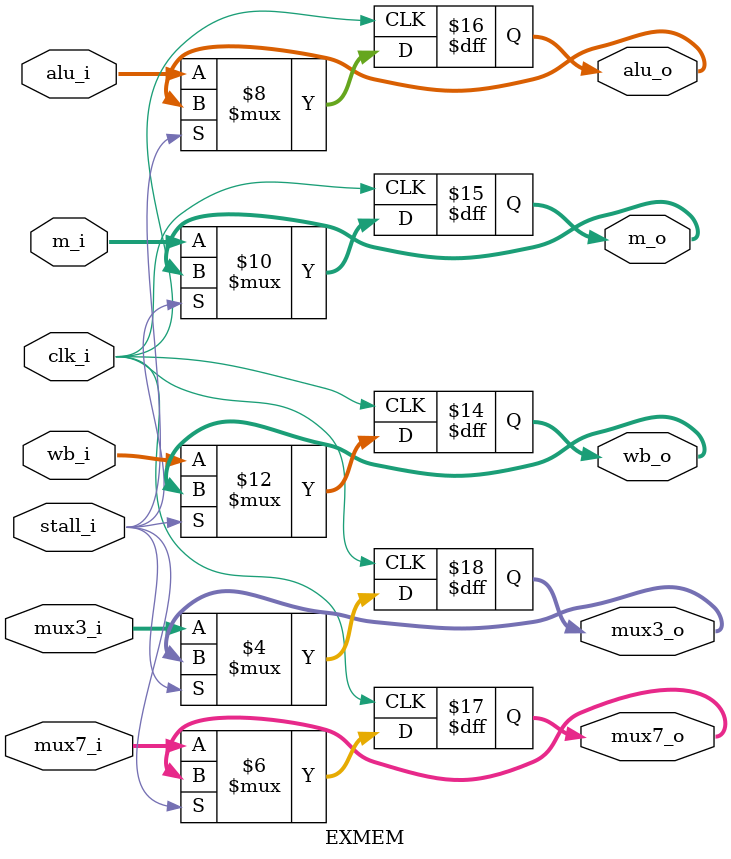
<source format=v>
module EXMEM
(
  clk_i,
	wb_i,
	m_i,
	alu_i,
	mux7_i,
	mux3_i,
	stall_i,
	wb_o,
	m_o,
	alu_o,
	mux7_o,
	mux3_o

);

input  clk_i;
input [1:0]  wb_i;
input [1:0]  m_i;
input [31:0] alu_i;
input [31:0] mux7_i;
input [4:0]  mux3_i;
input stall_i;
output [1:0]  wb_o;
output [1:0]  m_o;
output [31:0] alu_o;
output [31:0] mux7_o;
output [4:0]  mux3_o;

reg [1:0]  wb_o;
reg [1:0]  m_o;
reg [31:0] alu_o;
reg [31:0] mux7_o;
reg [4:0]  mux3_o;

initial begin #15
  wb_o = 0;
	m_o  = 0;
	alu_o = 0;
	mux7_o = 0;
	mux3_o = 0;
end

always@(posedge clk_i) begin
	if(!stall_i)
	begin
		wb_o <= wb_i;
		m_o  <= m_i;
		alu_o <= alu_i;
		mux7_o <= mux7_i;
		mux3_o <= mux3_i;
	end
end

endmodule

</source>
